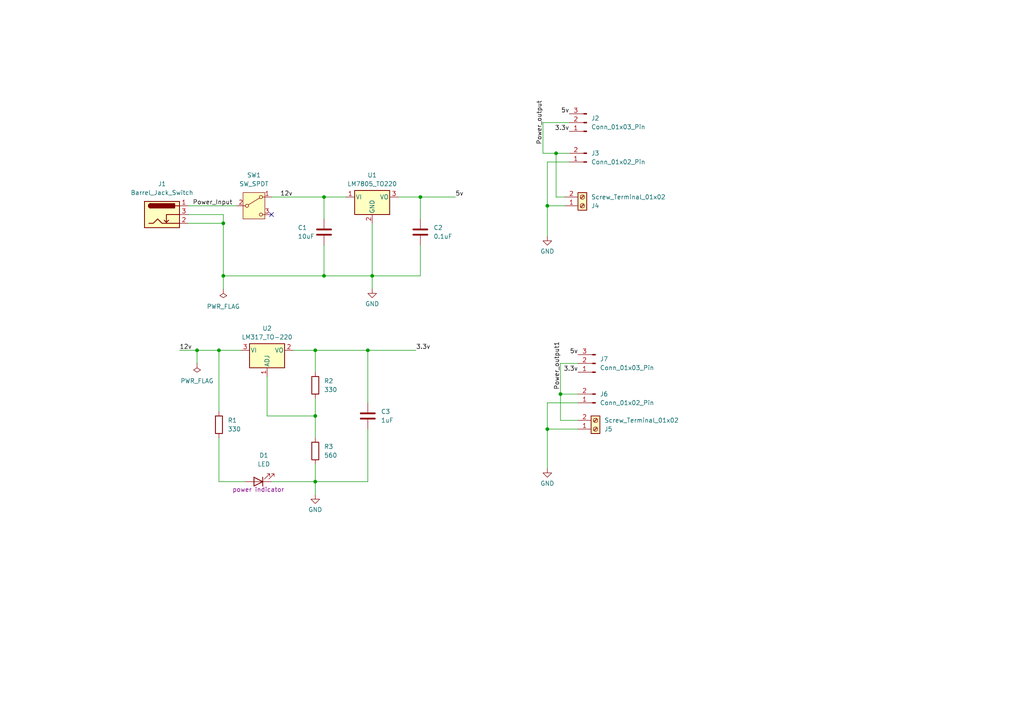
<source format=kicad_sch>
(kicad_sch (version 20231120) (generator "eeschema") (generator_version "8.0")
  (paper "A4")
  (lib_symbols
    (symbol "Connector:Barrel_Jack_Switch" (pin_names hide)
      (property "Reference" "J" (at 0 5.334 0))
      (property "Value" "Barrel_Jack_Switch" (at 0 -5.08 0))
      (symbol "Barrel_Jack_Switch_0_1"
        (rectangle (start -5.08 3.81) (end 5.08 -3.81) (stroke (width 0.254)) (fill (type background)))
        (arc (start -3.302 3.175) (mid -3.9343 2.54) (end -3.302 1.905) (stroke (width 0.254)))
        (arc (start -3.302 3.175) (mid -3.9343 2.54) (end -3.302 1.905) (stroke (width 0.254)) (fill (type outline)))
        (polyline (pts (xy 1.27 -2.286) (xy 1.905 -1.651)) (stroke (width 0.254)))
        (polyline (pts (xy 5.08 2.54) (xy 3.81 2.54)) (stroke (width 0.254)))
        (polyline (pts (xy 5.08 0) (xy 1.27 0) (xy 1.27 -2.286) (xy 0.635 -1.651)) (stroke (width 0.254)))
        (polyline (pts (xy -3.81 -2.54) (xy -2.54 -2.54) (xy -1.27 -1.27) (xy 0 -2.54) (xy 2.54 -2.54) (xy 5.08 -2.54)) (stroke (width 0.254)))
        (rectangle (start 3.683 3.175) (end -3.302 1.905) (stroke (width 0.254)) (fill (type outline)))
      )
      (symbol "Barrel_Jack_Switch_1_1"
        (pin passive line (at 7.62 2.54 180) (length 2.54) (name "~") (number "1"))
        (pin passive line (at 7.62 -2.54 180) (length 2.54) (name "~") (number "2"))
        (pin passive line (at 7.62 0 180) (length 2.54) (name "~") (number "3"))
      )
    )
    (symbol "Connector:Conn_01x02_Pin" (pin_names (offset 1.016) hide)
      (property "Reference" "J" (at 0 2.54 0))
      (property "Value" "Conn_01x02_Pin" (at 0 -5.08 0))
      (symbol "Conn_01x02_Pin_1_1"
        (polyline (pts (xy 1.27 -2.54) (xy 0.8636 -2.54)) (stroke (width 0.1524)))
        (polyline (pts (xy 1.27 0) (xy 0.8636 0)) (stroke (width 0.1524)))
        (rectangle (start 0.8636 -2.413) (end 0 -2.667) (stroke (width 0.1524)) (fill (type outline)))
        (rectangle (start 0.8636 0.127) (end 0 -0.127) (stroke (width 0.1524)) (fill (type outline)))
        (pin passive line (at 5.08 0 180) (length 3.81) (name "Pin_1") (number "1"))
        (pin passive line (at 5.08 -2.54 180) (length 3.81) (name "Pin_2") (number "2"))
      )
    )
    (symbol "Connector:Conn_01x03_Pin" (pin_names (offset 1.016) hide)
      (property "Reference" "J" (at 0 5.08 0))
      (property "Value" "Conn_01x03_Pin" (at 0 -5.08 0))
      (symbol "Conn_01x03_Pin_1_1"
        (polyline (pts (xy 1.27 -2.54) (xy 0.8636 -2.54)) (stroke (width 0.1524)))
        (polyline (pts (xy 1.27 0) (xy 0.8636 0)) (stroke (width 0.1524)))
        (polyline (pts (xy 1.27 2.54) (xy 0.8636 2.54)) (stroke (width 0.1524)))
        (rectangle (start 0.8636 -2.413) (end 0 -2.667) (stroke (width 0.1524)) (fill (type outline)))
        (rectangle (start 0.8636 0.127) (end 0 -0.127) (stroke (width 0.1524)) (fill (type outline)))
        (rectangle (start 0.8636 2.667) (end 0 2.413) (stroke (width 0.1524)) (fill (type outline)))
        (pin passive line (at 5.08 2.54 180) (length 3.81) (name "Pin_1") (number "1"))
        (pin passive line (at 5.08 0 180) (length 3.81) (name "Pin_2") (number "2"))
        (pin passive line (at 5.08 -2.54 180) (length 3.81) (name "Pin_3") (number "3"))
      )
    )
    (symbol "Connector:Screw_Terminal_01x02" (pin_names (offset 1.016) hide)
      (property "Reference" "J" (at 0 2.54 0))
      (property "Value" "Screw_Terminal_01x02" (at 0 -5.08 0))
      (symbol "Screw_Terminal_01x02_1_1"
        (rectangle (start -1.27 1.27) (end 1.27 -3.81) (stroke (width 0.254)) (fill (type background)))
        (circle (center 0 -2.54) (radius 0.635) (stroke (width 0.1524)))
        (polyline (pts (xy -0.5334 -2.2098) (xy 0.3302 -3.048)) (stroke (width 0.1524)))
        (polyline (pts (xy -0.5334 0.3302) (xy 0.3302 -0.508)) (stroke (width 0.1524)))
        (polyline (pts (xy -0.3556 -2.032) (xy 0.508 -2.8702)) (stroke (width 0.1524)))
        (polyline (pts (xy -0.3556 0.508) (xy 0.508 -0.3302)) (stroke (width 0.1524)))
        (circle (center 0 0) (radius 0.635) (stroke (width 0.1524)))
        (pin passive line (at -5.08 0 0) (length 3.81) (name "Pin_1") (number "1"))
        (pin passive line (at -5.08 -2.54 0) (length 3.81) (name "Pin_2") (number "2"))
      )
    )
    (symbol "Device:C" (pin_numbers hide) (pin_names (offset 0.254))
      (property "Reference" "C" (at 0.635 2.54 0))
      (property "Value" "C" (at 0.635 -2.54 0))
      (symbol "C_0_1"
        (polyline (pts (xy -2.032 -0.762) (xy 2.032 -0.762)) (stroke (width 0.508)))
        (polyline (pts (xy -2.032 0.762) (xy 2.032 0.762)) (stroke (width 0.508)))
      )
      (symbol "C_1_1"
        (pin passive line (at 0 3.81 270) (length 2.794) (name "~") (number "1"))
        (pin passive line (at 0 -3.81 90) (length 2.794) (name "~") (number "2"))
      )
    )
    (symbol "Device:LED" (pin_numbers hide) (pin_names (offset 1.016) hide)
      (property "Reference" "D" (at 0 2.54 0))
      (property "Value" "LED" (at 0 -2.54 0))
      (symbol "LED_0_1"
        (polyline (pts (xy -1.27 -1.27) (xy -1.27 1.27)) (stroke (width 0.254)))
        (polyline (pts (xy -1.27 0) (xy 1.27 0)))
        (polyline (pts (xy 1.27 -1.27) (xy 1.27 1.27) (xy -1.27 0) (xy 1.27 -1.27)) (stroke (width 0.254)))
        (polyline (pts (xy -3.048 -0.762) (xy -4.572 -2.286) (xy -3.81 -2.286) (xy -4.572 -2.286) (xy -4.572 -1.524)))
        (polyline (pts (xy -1.778 -0.762) (xy -3.302 -2.286) (xy -2.54 -2.286) (xy -3.302 -2.286) (xy -3.302 -1.524)))
      )
      (symbol "LED_1_1"
        (pin passive line (at -3.81 0 0) (length 2.54) (name "K") (number "1"))
        (pin passive line (at 3.81 0 180) (length 2.54) (name "A") (number "2"))
      )
    )
    (symbol "Device:R" (pin_numbers hide) (pin_names (offset 0))
      (property "Reference" "R" (at 2.032 0 90))
      (property "Value" "R" (at 0 0 90))
      (symbol "R_0_1"
        (rectangle (start -1.016 -2.54) (end 1.016 2.54) (stroke (width 0.254)))
      )
      (symbol "R_1_1"
        (pin passive line (at 0 3.81 270) (length 1.27) (name "~") (number "1"))
        (pin passive line (at 0 -3.81 90) (length 1.27) (name "~") (number "2"))
      )
    )
    (symbol "Regulator_Linear:LM317_TO-220" (pin_names (offset 0.254))
      (property "Reference" "U" (at -3.81 3.175 0))
      (property "Value" "LM317_TO-220" (at 0 3.175 0))
      (symbol "LM317_TO-220_0_1"
        (rectangle (start -5.08 1.905) (end 5.08 -5.08) (stroke (width 0.254)) (fill (type background)))
      )
      (symbol "LM317_TO-220_1_1"
        (pin input line (at 0 -7.62 90) (length 2.54) (name "ADJ") (number "1"))
        (pin power_out line (at 7.62 0 180) (length 2.54) (name "VO") (number "2"))
        (pin power_in line (at -7.62 0 0) (length 2.54) (name "VI") (number "3"))
      )
    )
    (symbol "Regulator_Linear:LM7805_TO220" (pin_names (offset 0.254))
      (property "Reference" "U" (at -3.81 3.175 0))
      (property "Value" "LM7805_TO220" (at 0 3.175 0))
      (symbol "LM7805_TO220_0_1"
        (rectangle (start -5.08 1.905) (end 5.08 -5.08) (stroke (width 0.254)) (fill (type background)))
      )
      (symbol "LM7805_TO220_1_1"
        (pin power_in line (at -7.62 0 0) (length 2.54) (name "VI") (number "1"))
        (pin power_in line (at 0 -7.62 90) (length 2.54) (name "GND") (number "2"))
        (pin power_out line (at 7.62 0 180) (length 2.54) (name "VO") (number "3"))
      )
    )
    (symbol "Switch:SW_SPDT" (pin_names (offset 0) hide)
      (property "Reference" "SW" (at 0 5.08 0))
      (property "Value" "SW_SPDT" (at 0 -5.08 0))
      (symbol "SW_SPDT_0_1"
        (circle (center -2.032 0) (radius 0.4572))
        (polyline (pts (xy -1.651 0.254) (xy 1.651 2.286)))
        (circle (center 2.032 -2.54) (radius 0.4572))
        (circle (center 2.032 2.54) (radius 0.4572))
      )
      (symbol "SW_SPDT_1_1"
        (rectangle (start -3.175 3.81) (end 3.175 -3.81) (fill (type background)))
        (pin passive line (at 5.08 2.54 180) (length 2.54) (name "A") (number "1"))
        (pin passive line (at -5.08 0 0) (length 2.54) (name "B") (number "2"))
        (pin passive line (at 5.08 -2.54 180) (length 2.54) (name "C") (number "3"))
      )
    )
    (symbol "power:GND" (power) (pin_numbers hide) (pin_names (offset 0) hide)
      (property "Value" "GND" (at 0 -3.81 0))
      (symbol "GND_0_1"
        (polyline (pts (xy 0 0) (xy 0 -1.27) (xy 1.27 -1.27) (xy 0 -2.54) (xy -1.27 -1.27) (xy 0 -1.27)))
      )
      (symbol "GND_1_1"
        (pin power_in line (at 0 0 270) (length 0) (name "~") (number "1"))
      )
    )
    (symbol "power:PWR_FLAG" (power) (pin_numbers hide) (pin_names (offset 0) hide)
      (property "Value" "PWR_FLAG" (at 0 3.81 0))
      (symbol "PWR_FLAG_0_0"
        (pin power_out line (at 0 0 90) (length 0) (name "~") (number "1"))
      )
      (symbol "PWR_FLAG_0_1"
        (polyline (pts (xy 0 0) (xy 0 1.27) (xy -1.016 1.905) (xy 0 2.54) (xy 1.016 1.905) (xy 0 1.27)))
      )
    )
  )
  (junction (at 106.68 101.6))
  (junction (at 63.5 101.6))
  (junction (at 162.56 114.3))
  (junction (at 93.98 57.15))
  (junction (at 57.15 101.6))
  (junction (at 158.75 124.46))
  (junction (at 158.75 59.69))
  (junction (at 161.29 44.45))
  (junction (at 121.92 57.15))
  (junction (at 64.77 80.01))
  (junction (at 91.44 120.65))
  (junction (at 91.44 139.7))
  (junction (at 91.44 101.6))
  (junction (at 93.98 80.01))
  (junction (at 107.95 80.01))
  (junction (at 64.77 64.77))
  (no_connect (at 78.74 62.23))
  (wire (pts (xy 161.29 44.45) (xy 165.1 44.45)))
  (wire (pts (xy 162.56 114.3) (xy 167.64 114.3)))
  (wire (pts (xy 162.56 105.41) (xy 162.56 114.3)))
  (wire (pts (xy 107.95 80.01) (xy 121.92 80.01)))
  (wire (pts (xy 93.98 57.15) (xy 100.33 57.15)))
  (wire (pts (xy 64.77 62.23) (xy 64.77 64.77)))
  (wire (pts (xy 167.64 124.46) (xy 158.75 124.46)))
  (wire (pts (xy 93.98 57.15) (xy 93.98 63.5)))
  (wire (pts (xy 161.29 44.45) (xy 161.29 57.15)))
  (wire (pts (xy 165.1 35.56) (xy 157.48 35.56)))
  (wire (pts (xy 54.61 64.77) (xy 64.77 64.77)))
  (wire (pts (xy 63.5 127) (xy 63.5 139.7)))
  (wire (pts (xy 121.92 80.01) (xy 121.92 71.12)))
  (wire (pts (xy 91.44 101.6) (xy 85.09 101.6)))
  (wire (pts (xy 165.1 46.99) (xy 158.75 46.99)))
  (wire (pts (xy 57.15 101.6) (xy 63.5 101.6)))
  (wire (pts (xy 78.74 139.7) (xy 91.44 139.7)))
  (wire (pts (xy 158.75 124.46) (xy 158.75 135.89)))
  (wire (pts (xy 158.75 59.69) (xy 158.75 68.58)))
  (wire (pts (xy 91.44 127) (xy 91.44 120.65)))
  (wire (pts (xy 121.92 57.15) (xy 132.08 57.15)))
  (wire (pts (xy 157.48 44.45) (xy 161.29 44.45)))
  (wire (pts (xy 77.47 109.22) (xy 77.47 120.65)))
  (wire (pts (xy 167.64 116.84) (xy 158.75 116.84)))
  (wire (pts (xy 91.44 139.7) (xy 106.68 139.7)))
  (wire (pts (xy 106.68 116.84) (xy 106.68 101.6)))
  (wire (pts (xy 91.44 120.65) (xy 91.44 115.57)))
  (wire (pts (xy 107.95 80.01) (xy 107.95 83.82)))
  (wire (pts (xy 158.75 46.99) (xy 158.75 59.69)))
  (wire (pts (xy 78.74 57.15) (xy 93.98 57.15)))
  (wire (pts (xy 77.47 120.65) (xy 91.44 120.65)))
  (wire (pts (xy 115.57 57.15) (xy 121.92 57.15)))
  (wire (pts (xy 93.98 80.01) (xy 107.95 80.01)))
  (wire (pts (xy 57.15 105.41) (xy 57.15 101.6)))
  (wire (pts (xy 52.07 101.6) (xy 57.15 101.6)))
  (wire (pts (xy 163.83 57.15) (xy 161.29 57.15)))
  (wire (pts (xy 91.44 107.95) (xy 91.44 101.6)))
  (wire (pts (xy 64.77 64.77) (xy 64.77 80.01)))
  (wire (pts (xy 64.77 80.01) (xy 64.77 83.82)))
  (wire (pts (xy 54.61 59.69) (xy 68.58 59.69)))
  (wire (pts (xy 158.75 116.84) (xy 158.75 124.46)))
  (wire (pts (xy 91.44 139.7) (xy 91.44 143.51)))
  (wire (pts (xy 121.92 57.15) (xy 121.92 63.5)))
  (wire (pts (xy 107.95 64.77) (xy 107.95 80.01)))
  (wire (pts (xy 167.64 105.41) (xy 162.56 105.41)))
  (wire (pts (xy 162.56 121.92) (xy 162.56 114.3)))
  (wire (pts (xy 93.98 71.12) (xy 93.98 80.01)))
  (wire (pts (xy 106.68 124.46) (xy 106.68 139.7)))
  (wire (pts (xy 106.68 101.6) (xy 120.65 101.6)))
  (wire (pts (xy 54.61 62.23) (xy 64.77 62.23)))
  (wire (pts (xy 157.48 35.56) (xy 157.48 44.45)))
  (wire (pts (xy 163.83 59.69) (xy 158.75 59.69)))
  (wire (pts (xy 167.64 121.92) (xy 162.56 121.92)))
  (wire (pts (xy 63.5 101.6) (xy 63.5 119.38)))
  (wire (pts (xy 64.77 80.01) (xy 93.98 80.01)))
  (wire (pts (xy 63.5 139.7) (xy 71.12 139.7)))
  (wire (pts (xy 106.68 101.6) (xy 91.44 101.6)))
  (wire (pts (xy 91.44 139.7) (xy 91.44 134.62)))
  (wire (pts (xy 69.85 101.6) (xy 63.5 101.6)))
  (label "5v" (at 165.1 33.02 180))
  (label "5v" (at 167.64 102.87 180))
  (label "12v" (at 81.28 57.15 0))
  (label "3.3v" (at 165.1 38.1 180))
  (label "12v" (at 52.07 101.6 0))
  (label "5v" (at 132.08 57.15 0))
  (label "3.3v" (at 167.64 107.95 180))
  (label "Power_output1" (at 162.56 113.03 90))
  (label "Power_Input" (at 55.88 59.69 0))
  (label "Power_output" (at 157.48 41.91 90))
  (label "3.3v" (at 120.65 101.6 0))
  (symbol (lib_id "Device:C") (at 93.98 67.31 180) (unit 1)
    (property "Reference" "C1" (at 86.36 66.04 0) (effects (justify right)))
    (property "Value" "10uF" (at 86.36 68.58 0) (effects (justify right)))
    (property "Footprint" "Capacitor_THT:C_Radial_D5.0mm_H7.0mm_P2.00mm" (effects (hide yes)))
    (property "Description" "Unpolarized capacitor" (effects (hide yes)))
  )
  (symbol (lib_id "Connector:Screw_Terminal_01x02") (at 168.91 59.69 0) (mirror x) (unit 1)
    (property "Reference" "J4" (at 171.45 59.6901 0) (effects (justify left)))
    (property "Value" "Screw_Terminal_01x02" (at 171.45 57.1501 0) (effects (justify left)))
    (property "Footprint" "TerminalBlock_Phoenix:TerminalBlock_Phoenix_MKDS-1,5-2-5.08_1x02_P5.08mm_Horizontal" (effects (hide yes)))
    (property "Description" "Generic screw terminal, single row, 01x02, script generated (kicad-library-utils/schlib/autogen/connector/)" (effects (hide yes)))
  )
  (symbol (lib_id "Connector:Conn_01x03_Pin") (at 170.18 35.56 180) (unit 1)
    (property "Reference" "J2" (at 171.45 34.2899 0) (effects (justify right)))
    (property "Value" "Conn_01x03_Pin" (at 171.45 36.8299 0) (effects (justify right)))
    (property "Footprint" "Connector_PinHeader_2.54mm:PinHeader_1x03_P2.54mm_Vertical" (effects (hide yes)))
    (property "Description" "Generic connector, single row, 01x03, script generated" (effects (hide yes)))
  )
  (symbol (lib_id "Device:C") (at 121.92 67.31 180) (unit 1)
    (property "Reference" "C2" (at 125.73 66.0399 0) (effects (justify right)))
    (property "Value" "0.1uF" (at 125.73 68.5799 0) (effects (justify right)))
    (property "Footprint" "Capacitor_SMD:C_1206_3216Metric" (effects (hide yes)))
    (property "Description" "Unpolarized capacitor" (effects (hide yes)))
  )
  (symbol (lib_id "power:PWR_FLAG") (at 57.15 105.41 180) (unit 1)
    (property "Reference" "#FLG02" (effects (hide yes)))
    (property "Value" "PWR_FLAG" (at 57.15 110.49 0))
    (property "Description" "Special symbol for telling ERC where power comes from" (effects (hide yes)))
  )
  (symbol (lib_id "Regulator_Linear:LM7805_TO220") (at 107.95 57.15 0) (unit 1)
    (property "Reference" "U1" (at 107.95 50.8 0))
    (property "Value" "LM7805_TO220" (at 107.95 53.34 0))
    (property "Footprint" "Package_TO_SOT_THT:TO-220-3_Vertical" (effects (hide yes)))
    (property "Datasheet" "https://www.onsemi.cn/PowerSolutions/document/MC7800-D.PDF" (effects (hide yes)))
    (property "Description" "Positive 1A 35V Linear Regulator, Fixed Output 5V, TO-220" (effects (hide yes)))
  )
  (symbol (lib_id "Connector:Conn_01x03_Pin") (at 172.72 105.41 180) (unit 1)
    (property "Reference" "J7" (at 173.99 104.1399 0) (effects (justify right)))
    (property "Value" "Conn_01x03_Pin" (at 173.99 106.6799 0) (effects (justify right)))
    (property "Footprint" "Connector_PinHeader_2.54mm:PinHeader_1x03_P2.54mm_Vertical" (effects (hide yes)))
    (property "Description" "Generic connector, single row, 01x03, script generated" (effects (hide yes)))
  )
  (symbol (lib_id "Device:R") (at 91.44 130.81 180) (unit 1)
    (property "Reference" "R3" (at 93.98 129.5399 0) (effects (justify right)))
    (property "Value" "560" (at 93.98 132.0799 0) (effects (justify right)))
    (property "Footprint" "Resistor_THT:R_Axial_DIN0204_L3.6mm_D1.6mm_P5.08mm_Horizontal" (effects (hide yes)))
    (property "Description" "Resistor" (effects (hide yes)))
  )
  (symbol (lib_id "Regulator_Linear:LM317_TO-220") (at 77.47 101.6 0) (unit 1)
    (property "Reference" "U2" (at 77.47 95.25 0))
    (property "Value" "LM317_TO-220" (at 77.47 97.79 0))
    (property "Footprint" "Package_TO_SOT_THT:TO-220-3_Vertical" (effects (hide yes)))
    (property "Datasheet" "http://www.ti.com/lit/ds/symlink/lm317.pdf" (effects (hide yes)))
    (property "Description" "1.5A 35V Adjustable Linear Regulator, TO-220" (effects (hide yes)))
  )
  (symbol (lib_id "power:PWR_FLAG") (at 64.77 83.82 180) (unit 1)
    (property "Reference" "#FLG01" (effects (hide yes)))
    (property "Value" "PWR_FLAG" (at 64.77 88.9 0))
    (property "Description" "Special symbol for telling ERC where power comes from" (effects (hide yes)))
  )
  (symbol (lib_id "Connector:Screw_Terminal_01x02") (at 172.72 124.46 0) (mirror x) (unit 1)
    (property "Reference" "J5" (at 175.26 124.4601 0) (effects (justify left)))
    (property "Value" "Screw_Terminal_01x02" (at 175.26 121.9201 0) (effects (justify left)))
    (property "Footprint" "TerminalBlock_Phoenix:TerminalBlock_Phoenix_MKDS-1,5-2-5.08_1x02_P5.08mm_Horizontal" (effects (hide yes)))
    (property "Description" "Generic screw terminal, single row, 01x02, script generated (kicad-library-utils/schlib/autogen/connector/)" (effects (hide yes)))
  )
  (symbol (lib_id "Device:LED") (at 74.93 139.7 180) (unit 1)
    (property "Reference" "D1" (at 76.5175 132.08 0))
    (property "Value" "LED" (at 76.5175 134.62 0))
    (property "Footprint" "LED_SMD:LED_1206_3216Metric" (effects (hide yes)))
    (property "Description" "Light emitting diode" (effects (hide yes)))
    (property "purpose" "power indicator" (at 74.93 141.986 0))
  )
  (symbol (lib_id "Switch:SW_SPDT") (at 73.66 59.69 0) (unit 1)
    (property "Reference" "SW1" (at 73.66 50.8 0))
    (property "Value" "SW_SPDT" (at 73.66 53.34 0))
    (property "Footprint" "Button_Switch_THT:SW_Slide-03_Wuerth-WS-SLTV_10x2.5x6.4_P2.54mm" (effects (hide yes)))
    (property "Description" "Switch, single pole double throw" (effects (hide yes)))
  )
  (symbol (lib_id "power:GND") (at 158.75 68.58 0) (unit 1)
    (property "Reference" "#PWR03" (effects (hide yes)))
    (property "Value" "GND" (at 158.75 72.898 0))
    (property "Description" "Power symbol creates a global label with name \"GND\" , ground" (effects (hide yes)))
  )
  (symbol (lib_id "Device:R") (at 91.44 111.76 180) (unit 1)
    (property "Reference" "R2" (at 93.98 110.4899 0) (effects (justify right)))
    (property "Value" "330" (at 93.98 113.0299 0) (effects (justify right)))
    (property "Footprint" "Resistor_THT:R_Axial_DIN0204_L3.6mm_D1.6mm_P5.08mm_Horizontal" (effects (hide yes)))
    (property "Description" "Resistor" (effects (hide yes)))
  )
  (symbol (lib_id "power:GND") (at 107.95 83.82 0) (unit 1)
    (property "Reference" "#PWR01" (effects (hide yes)))
    (property "Value" "GND" (at 107.95 88.138 0))
    (property "Description" "Power symbol creates a global label with name \"GND\" , ground" (effects (hide yes)))
  )
  (symbol (lib_id "Device:C") (at 106.68 120.65 180) (unit 1)
    (property "Reference" "C3" (at 110.49 119.3799 0) (effects (justify right)))
    (property "Value" "1uF" (at 110.49 121.9199 0) (effects (justify right)))
    (property "Footprint" "Capacitor_SMD:C_0805_2012Metric" (effects (hide yes)))
    (property "Description" "Unpolarized capacitor" (effects (hide yes)))
  )
  (symbol (lib_id "power:GND") (at 91.44 143.51 0) (unit 1)
    (property "Reference" "#PWR04" (effects (hide yes)))
    (property "Value" "GND" (at 91.44 147.828 0))
    (property "Description" "Power symbol creates a global label with name \"GND\" , ground" (effects (hide yes)))
  )
  (symbol (lib_id "Connector:Conn_01x02_Pin") (at 172.72 116.84 180) (unit 1)
    (property "Reference" "J6" (at 173.99 114.2999 0) (effects (justify right)))
    (property "Value" "Conn_01x02_Pin" (at 173.99 116.8399 0) (effects (justify right)))
    (property "Footprint" "Connector_PinHeader_2.54mm:PinHeader_1x02_P2.54mm_Vertical" (effects (hide yes)))
    (property "Description" "Generic connector, single row, 01x02, script generated" (effects (hide yes)))
  )
  (symbol (lib_id "Connector:Barrel_Jack_Switch") (at 46.99 62.23 0) (unit 1)
    (property "Reference" "J1" (at 46.99 53.34 0))
    (property "Value" "Barrel_Jack_Switch" (at 46.99 55.88 0))
    (property "Footprint" "Connector_BarrelJack:BarrelJack_Horizontal" (effects (hide yes)))
    (property "Description" "DC Barrel Jack with an internal switch" (effects (hide yes)))
  )
  (symbol (lib_id "power:GND") (at 158.75 135.89 0) (unit 1)
    (property "Reference" "#PWR02" (effects (hide yes)))
    (property "Value" "GND" (at 158.75 140.208 0))
    (property "Description" "Power symbol creates a global label with name \"GND\" , ground" (effects (hide yes)))
  )
  (symbol (lib_id "Connector:Conn_01x02_Pin") (at 170.18 46.99 180) (unit 1)
    (property "Reference" "J3" (at 171.45 44.4499 0) (effects (justify right)))
    (property "Value" "Conn_01x02_Pin" (at 171.45 46.9899 0) (effects (justify right)))
    (property "Footprint" "Connector_PinHeader_2.54mm:PinHeader_1x02_P2.54mm_Vertical" (effects (hide yes)))
    (property "Description" "Generic connector, single row, 01x02, script generated" (effects (hide yes)))
  )
  (symbol (lib_id "Device:R") (at 63.5 123.19 180) (unit 1)
    (property "Reference" "R1" (at 66.04 121.9199 0) (effects (justify right)))
    (property "Value" "330" (at 66.04 124.4599 0) (effects (justify right)))
    (property "Footprint" "Resistor_THT:R_Axial_DIN0204_L3.6mm_D1.6mm_P5.08mm_Horizontal" (effects (hide yes)))
    (property "Description" "Resistor" (effects (hide yes)))
  )
)
</source>
